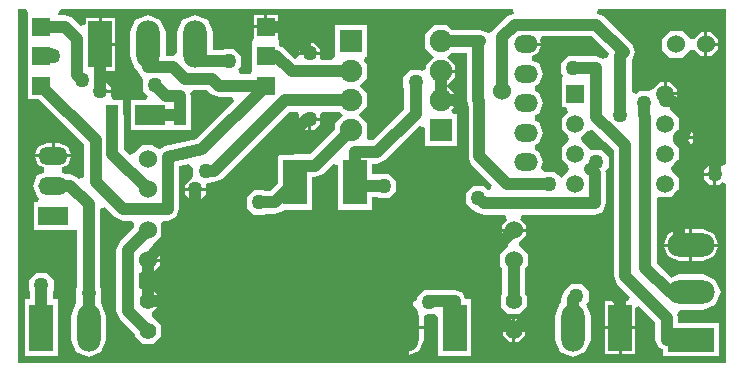
<source format=gtl>
G04*
G04 #@! TF.GenerationSoftware,Altium Limited,CircuitMaker,2.3.0 (2.3.0.3)*
G04*
G04 Layer_Physical_Order=1*
G04 Layer_Color=25308*
%FSLAX25Y25*%
%MOIN*%
G70*
G04*
G04 #@! TF.SameCoordinates,0492DEC5-DE9E-4361-A043-D8868978FAA7*
G04*
G04*
G04 #@! TF.FilePolarity,Positive*
G04*
G01*
G75*
%ADD15R,0.04331X0.06693*%
%ADD16R,0.09842X0.06693*%
%ADD17R,0.45000X0.35000*%
%ADD18R,0.08189X0.15000*%
%ADD19R,0.07874X0.15748*%
%ADD20O,0.07874X0.15748*%
%ADD21R,0.15748X0.07874*%
%ADD22O,0.15748X0.07874*%
%ADD23R,0.05905X0.05905*%
%ADD43C,0.03937*%
%ADD44C,0.01968*%
%ADD45R,0.62992X0.47244*%
%ADD46C,0.06000*%
%ADD47O,0.09842X0.06000*%
%ADD48R,0.09842X0.06000*%
%ADD49R,0.05905X0.05905*%
%ADD50C,0.05905*%
%ADD51O,0.07874X0.05905*%
%ADD52C,0.05512*%
%ADD53C,0.07500*%
%ADD54R,0.07500X0.07500*%
%ADD55C,0.05000*%
G36*
X362139Y313386D02*
X359788Y312412D01*
X355556Y308180D01*
X355276Y307505D01*
X353812Y306925D01*
X351100Y308048D01*
X341530D01*
X340040Y309537D01*
X335629D01*
X332510Y306418D01*
Y302007D01*
X335629Y298888D01*
X335677Y298772D01*
X333085Y296180D01*
Y294836D01*
X331630Y294233D01*
X331188Y294675D01*
X327812D01*
X325425Y292288D01*
Y288912D01*
X325665Y288673D01*
Y281589D01*
X315147Y271071D01*
X313615Y271223D01*
X313159Y272322D01*
Y276733D01*
X310365Y279528D01*
X313159Y282322D01*
Y286733D01*
X310523Y289370D01*
X313159Y292007D01*
Y296418D01*
X312145Y297433D01*
X312747Y298888D01*
X313159D01*
Y309537D01*
X302510D01*
Y298888D01*
X301283Y298048D01*
X297991D01*
X297700Y298750D01*
Y299700D01*
X290700D01*
Y299143D01*
X289309Y298308D01*
X285692Y301924D01*
X284055Y302602D01*
Y303740D01*
X283993D01*
X283480Y305102D01*
X283480Y305315D01*
Y308555D01*
X275575D01*
Y305315D01*
X275575Y305102D01*
X275062Y303740D01*
X275000D01*
Y294685D01*
X275000Y294685D01*
X274771Y293205D01*
X270963D01*
X270311Y294780D01*
X271243Y295712D01*
Y299088D01*
X268856Y301475D01*
X265481D01*
X265241Y301235D01*
X261872D01*
Y307087D01*
X260124Y311305D01*
X255906Y313053D01*
X251687Y311305D01*
X249940Y307087D01*
Y300492D01*
X248719Y299293D01*
X246124D01*
Y307087D01*
X244376Y311305D01*
X240158Y313053D01*
X235939Y311305D01*
X234192Y307087D01*
Y299213D01*
X235939Y294994D01*
X236633Y294706D01*
X237446Y292746D01*
X238372Y292362D01*
X238625Y291088D01*
Y287712D01*
X240314Y286024D01*
X239661Y284449D01*
X234449D01*
Y274606D01*
X254528D01*
Y279298D01*
X254623Y279528D01*
Y285800D01*
X254354Y286448D01*
X255229Y287757D01*
X260068D01*
X261167Y286658D01*
X263879Y285535D01*
X268211D01*
X268814Y284080D01*
X256444Y271710D01*
X245909Y269194D01*
X245058Y268578D01*
X244088Y268176D01*
X242662Y268808D01*
X242052Y269417D01*
X238262D01*
X235583Y266738D01*
X234242Y266182D01*
X232182Y268242D01*
Y279528D01*
X232086Y279757D01*
Y284449D01*
X228456D01*
X227853Y285904D01*
X227909Y285960D01*
Y286909D01*
X224409D01*
Y287409D01*
X223909D01*
Y290909D01*
X223849D01*
X222375Y292242D01*
Y292888D01*
X222950Y294276D01*
X223909D01*
Y303150D01*
Y312024D01*
X219472D01*
Y309734D01*
X217898Y309082D01*
X215212Y311767D01*
X212500Y312890D01*
X210622D01*
X210563Y312920D01*
X210260Y313386D01*
X211113Y314961D01*
X361826D01*
X362139Y313386D01*
D02*
G37*
G36*
X393803Y300173D02*
X393515Y298861D01*
X392049Y298164D01*
X389764Y299111D01*
X383817D01*
X383578Y299350D01*
X380202D01*
X377815Y296963D01*
Y293588D01*
X378647Y292756D01*
X378110Y291181D01*
X378110D01*
Y282126D01*
X379480D01*
X380133Y280551D01*
X378110Y278529D01*
Y274778D01*
X380317Y272571D01*
X380611Y271654D01*
X380317Y270736D01*
X378110Y268529D01*
Y264778D01*
X380317Y262572D01*
X380611Y261654D01*
X380317Y260736D01*
X379085Y259504D01*
X378110Y258529D01*
X376936Y259496D01*
X375704Y260728D01*
X372467D01*
X371226Y261847D01*
X372027Y263780D01*
X370591Y267245D01*
X369134Y267848D01*
Y269553D01*
X370591Y270157D01*
X372027Y273622D01*
X370591Y277087D01*
X369134Y277691D01*
Y279396D01*
X370591Y279999D01*
X372027Y283465D01*
X370591Y286930D01*
X369134Y287533D01*
Y289238D01*
X370591Y289842D01*
X372027Y293307D01*
X370591Y296772D01*
X368383Y297687D01*
Y299392D01*
X370151Y300124D01*
X371197Y302650D01*
X366142D01*
Y303650D01*
X371197D01*
X370822Y304555D01*
X371697Y305865D01*
X388111D01*
X393803Y300173D01*
D02*
G37*
G36*
X433071Y263082D02*
X431496Y262430D01*
X430584Y263342D01*
X429634D01*
Y259842D01*
Y256343D01*
X430584D01*
X431496Y257255D01*
X433071Y256603D01*
Y196850D01*
X323912D01*
X322843Y198090D01*
X322992Y199544D01*
X324287Y200410D01*
X326272Y199588D01*
Y208661D01*
Y217735D01*
X324287Y216913D01*
X322713Y217965D01*
Y235035D01*
X299713D01*
Y216535D01*
X299213D01*
Y216035D01*
X275713D01*
Y198425D01*
X275713Y198035D01*
X274772Y196850D01*
X196850D01*
Y313386D01*
X196850Y314961D01*
X196850Y314961D01*
X199721D01*
X200197Y313583D01*
X200197Y313386D01*
Y304528D01*
X200197D01*
Y303740D01*
X200197D01*
Y294685D01*
X200197D01*
Y293898D01*
X200197D01*
Y284842D01*
X203828D01*
X218965Y269706D01*
Y258892D01*
X217390Y258240D01*
X217012Y258617D01*
X214300Y259741D01*
X213278D01*
X211773Y260364D01*
Y262069D01*
X213644Y262844D01*
X214705Y265406D01*
X202618D01*
X203679Y262844D01*
X205550Y262069D01*
Y260364D01*
X203239Y259407D01*
X201788Y255906D01*
X203239Y252404D01*
X204081Y252055D01*
X203768Y250480D01*
X202165D01*
Y241331D01*
X215158D01*
Y241331D01*
X216637Y241101D01*
Y222000D01*
X216398Y221760D01*
Y218385D01*
X216254Y216817D01*
X214507Y212598D01*
Y204724D01*
X216254Y200506D01*
X220472Y198758D01*
X224691Y200506D01*
X226438Y204724D01*
Y212598D01*
X224691Y216817D01*
X224547Y218385D01*
Y221760D01*
X224308Y222000D01*
Y248201D01*
X225882Y248853D01*
X229248Y245488D01*
X231960Y244365D01*
X235065D01*
X235583Y243115D01*
Y242070D01*
X230888Y237375D01*
X229765Y234663D01*
Y214235D01*
X230888Y211523D01*
X235827Y206584D01*
Y205883D01*
X238364Y203346D01*
X241951D01*
X244488Y205883D01*
Y209471D01*
X241951Y212008D01*
X241589Y213040D01*
X241536Y213583D01*
X241718Y213768D01*
X243913Y215964D01*
Y217020D01*
X240157D01*
Y217520D01*
X239657D01*
Y221275D01*
X238602D01*
X237435Y221759D01*
Y226779D01*
X238501Y227220D01*
X239657D01*
Y231220D01*
X240157D01*
Y231720D01*
X244157D01*
Y232877D01*
X241964Y235071D01*
X242040Y236423D01*
X242088Y236682D01*
X244732Y239325D01*
Y243115D01*
X245250Y244365D01*
X246800D01*
X249512Y245488D01*
X250635Y248200D01*
Y262437D01*
X254077Y263259D01*
X255374Y261950D01*
Y259212D01*
X254996Y258300D01*
X254650D01*
X252600Y256250D01*
Y255300D01*
X259600D01*
Y256250D01*
X259838Y256825D01*
X261137D01*
X261376Y257065D01*
X262195D01*
X264907Y258188D01*
X287412Y280692D01*
X290227D01*
X290700Y279550D01*
Y278600D01*
X297700D01*
Y279550D01*
X298173Y280692D01*
X304139D01*
X305304Y279528D01*
X302510Y276733D01*
Y274627D01*
X294407Y266524D01*
X289213D01*
X288338Y266161D01*
X283543D01*
Y256841D01*
X280937Y254235D01*
X279327D01*
X279088Y254475D01*
X275712D01*
X273325Y252088D01*
Y248712D01*
X275712Y246325D01*
X279088D01*
X279327Y246565D01*
X282526D01*
X285238Y247688D01*
X285562Y248012D01*
X294882D01*
Y258853D01*
X295995D01*
X298707Y259977D01*
X302088Y263357D01*
X303543Y262755D01*
Y248012D01*
X314882D01*
Y252070D01*
X316970D01*
X317210Y251831D01*
X320585D01*
X322972Y254218D01*
Y257593D01*
X320585Y259980D01*
X317210D01*
X316970Y259741D01*
X314882D01*
Y263365D01*
X316700D01*
X319412Y264488D01*
X330935Y276011D01*
X332510Y275359D01*
Y269203D01*
X343159D01*
Y279852D01*
X341934D01*
X341332Y281307D01*
X342585Y282560D01*
Y284028D01*
X337835D01*
Y285028D01*
X342585D01*
Y286495D01*
X340785Y288295D01*
X339880Y289370D01*
X340785Y290445D01*
X342585Y292245D01*
Y293713D01*
X337835D01*
Y294713D01*
X342585D01*
Y296180D01*
X339992Y298772D01*
X340040Y298888D01*
X341530Y300377D01*
X346558D01*
Y284429D01*
X346877Y283661D01*
Y265942D01*
X348000Y263230D01*
X354896Y256333D01*
X354345Y254657D01*
X353616Y254547D01*
X352119Y256043D01*
X348744D01*
X346357Y253656D01*
Y250281D01*
X348744Y247894D01*
X349082D01*
X349588Y247388D01*
X352300Y246265D01*
X359365D01*
X360017Y244690D01*
X358205Y242877D01*
Y241720D01*
X366205D01*
Y242877D01*
X364392Y244690D01*
X365044Y246265D01*
X389200D01*
X391912Y247388D01*
X393035Y250100D01*
Y260091D01*
X392685Y260938D01*
X393839Y262092D01*
Y265467D01*
X391452Y267854D01*
X388076D01*
X387165Y268232D01*
Y268529D01*
X384959Y270736D01*
X384665Y271654D01*
X384959Y272571D01*
X386678Y274290D01*
X388645Y274550D01*
X392423Y270772D01*
X392686Y270663D01*
X395481Y267869D01*
Y225902D01*
X396604Y223190D01*
X400804Y218990D01*
X400201Y217535D01*
X398138D01*
Y209161D01*
X402575D01*
Y215162D01*
X404030Y215765D01*
X409334Y210460D01*
Y204724D01*
X410458Y202012D01*
X411811Y201452D01*
Y199213D01*
X430709D01*
Y210236D01*
X417005D01*
Y212049D01*
X416562Y213117D01*
X416844Y213631D01*
X417691Y214507D01*
X425197D01*
X429415Y216254D01*
X431163Y220472D01*
X429415Y224691D01*
X425197Y226438D01*
X417323D01*
X414674Y225341D01*
X409935Y230080D01*
Y251783D01*
X410762Y252126D01*
X414513D01*
X417165Y254778D01*
Y258529D01*
X414959Y260736D01*
X414665Y261654D01*
X414959Y262572D01*
X417165Y264778D01*
Y268505D01*
X417876D01*
Y272005D01*
Y275505D01*
X417165D01*
Y278529D01*
X414513Y281181D01*
X414408D01*
X414330Y282756D01*
X416590Y285016D01*
Y286154D01*
X412638D01*
Y286654D01*
X412138D01*
Y290606D01*
X411000D01*
X408685Y288291D01*
Y288111D01*
X407230Y287509D01*
X407200Y287539D01*
X403824D01*
X402928Y286643D01*
X401473Y287246D01*
Y297624D01*
X401624Y297776D01*
X402748Y300487D01*
X401624Y303199D01*
X392412Y312412D01*
X390061Y313386D01*
X390374Y314961D01*
X433071D01*
Y263082D01*
D02*
G37*
%LPC*%
G36*
X283480Y313008D02*
X280028D01*
Y309555D01*
X283480D01*
Y313008D01*
D02*
G37*
G36*
X279028D02*
X275575D01*
Y309555D01*
X279028D01*
Y313008D01*
D02*
G37*
G36*
X229346Y312024D02*
X224909D01*
Y303650D01*
X229346D01*
Y312024D01*
D02*
G37*
G36*
X295650Y303700D02*
X294700D01*
Y300700D01*
X297700D01*
Y301650D01*
X295650Y303700D01*
D02*
G37*
G36*
X293700D02*
X292750D01*
X290700Y301650D01*
Y300700D01*
X293700D01*
Y303700D01*
D02*
G37*
G36*
X229346Y302650D02*
X224909D01*
Y294276D01*
X229346D01*
Y302650D01*
D02*
G37*
G36*
X224909Y290909D02*
Y287909D01*
X227909D01*
Y288859D01*
X225859Y290909D01*
X224909D01*
D02*
G37*
G36*
X427917Y307150D02*
X426760D01*
Y303650D01*
X430260D01*
Y304806D01*
X427917Y307150D01*
D02*
G37*
G36*
X430260Y302650D02*
X426760D01*
Y299150D01*
X427917D01*
X430260Y301493D01*
Y302650D01*
D02*
G37*
G36*
X418155Y307724D02*
X414365D01*
X411685Y305045D01*
Y301255D01*
X414365Y298575D01*
X418155D01*
X420798Y301219D01*
X421057Y301267D01*
X422409Y301343D01*
X424603Y299150D01*
X425760D01*
Y303150D01*
Y307150D01*
X424603D01*
X422409Y304956D01*
X421057Y305032D01*
X420798Y305081D01*
X418155Y307724D01*
D02*
G37*
G36*
X414275Y290606D02*
X413138D01*
Y287154D01*
X416590D01*
Y288291D01*
X414275Y290606D01*
D02*
G37*
G36*
X297700Y277600D02*
X294700D01*
Y274600D01*
X295650D01*
X297700Y276650D01*
Y277600D01*
D02*
G37*
G36*
X293700D02*
X290700D01*
Y276650D01*
X292750Y274600D01*
X293700D01*
Y277600D01*
D02*
G37*
G36*
X419826Y275505D02*
X418876D01*
Y272505D01*
X421876D01*
Y273455D01*
X419826Y275505D01*
D02*
G37*
G36*
X421876Y271505D02*
X418876D01*
Y268505D01*
X419826D01*
X421876Y270556D01*
Y271505D01*
D02*
G37*
G36*
X210583Y270235D02*
X209161D01*
Y266406D01*
X214705D01*
X213644Y268967D01*
X210583Y270235D01*
D02*
G37*
G36*
X208161D02*
X206740D01*
X203679Y268967D01*
X202618Y266406D01*
X208161D01*
Y270235D01*
D02*
G37*
G36*
X428634Y263342D02*
X427684D01*
X425634Y261292D01*
Y260343D01*
X428634D01*
Y263342D01*
D02*
G37*
G36*
Y259343D02*
X425634D01*
Y258393D01*
X427684Y256343D01*
X428634D01*
Y259343D01*
D02*
G37*
G36*
X259600Y254300D02*
X256600D01*
Y251300D01*
X257550D01*
X259600Y253350D01*
Y254300D01*
D02*
G37*
G36*
X255600D02*
X252600D01*
Y253350D01*
X254650Y251300D01*
X255600D01*
Y254300D01*
D02*
G37*
G36*
X425197Y241564D02*
X421760D01*
Y236720D01*
X430334D01*
X428975Y239999D01*
X425197Y241564D01*
D02*
G37*
G36*
X420760D02*
X417323D01*
X413544Y239999D01*
X412186Y236720D01*
X420760D01*
Y241564D01*
D02*
G37*
G36*
X430334Y235720D02*
X421760D01*
Y230877D01*
X425197D01*
X428975Y232442D01*
X430334Y235720D01*
D02*
G37*
G36*
X420760D02*
X412186D01*
X413544Y232442D01*
X417323Y230877D01*
X420760D01*
Y235720D01*
D02*
G37*
G36*
X244157Y230720D02*
X240657D01*
Y227220D01*
X241814D01*
X244157Y229563D01*
Y230720D01*
D02*
G37*
G36*
X240657Y221275D02*
Y218020D01*
X243913D01*
Y219075D01*
X241713Y221275D01*
X240657D01*
D02*
G37*
G36*
X335738Y221325D02*
X332362D01*
X329975Y218938D01*
Y218033D01*
X328666Y217158D01*
X327272Y217735D01*
Y209161D01*
X332115D01*
Y211703D01*
X332276Y212662D01*
X333570Y213175D01*
X335738D01*
X337008Y212218D01*
Y199213D01*
X348031D01*
Y218110D01*
X346061D01*
X345232Y220112D01*
X342520Y221235D01*
X335827D01*
X335738Y221325D01*
D02*
G37*
G36*
X298713Y235035D02*
X275713D01*
Y217035D01*
X298713D01*
Y235035D01*
D02*
G37*
G36*
X366205Y240720D02*
X362205D01*
X358205D01*
Y239563D01*
X360398Y237370D01*
X360322Y236018D01*
X360274Y235759D01*
X357630Y233115D01*
Y229326D01*
X358370Y228586D01*
Y219809D01*
X357874Y219313D01*
Y215726D01*
X360411Y213189D01*
X363999D01*
X366535Y215726D01*
Y219313D01*
X366040Y219809D01*
Y228586D01*
X366780Y229326D01*
Y233115D01*
X364136Y235759D01*
X364087Y236018D01*
X364011Y237370D01*
X366205Y239563D01*
Y240720D01*
D02*
G37*
G36*
X397138Y217535D02*
X392701D01*
Y209161D01*
X397138D01*
Y217535D01*
D02*
G37*
G36*
X363761Y211433D02*
X362705D01*
Y208177D01*
X365961D01*
Y209233D01*
X363761Y211433D01*
D02*
G37*
G36*
X361705D02*
X360649D01*
X358449Y209233D01*
Y208177D01*
X361705D01*
Y211433D01*
D02*
G37*
G36*
X365961Y207177D02*
X362705D01*
Y203921D01*
X363761D01*
X365961Y206121D01*
Y207177D01*
D02*
G37*
G36*
X361705D02*
X358449D01*
Y206121D01*
X360649Y203921D01*
X361705D01*
Y207177D01*
D02*
G37*
G36*
X402575Y208161D02*
X398138D01*
Y199787D01*
X402575D01*
Y208161D01*
D02*
G37*
G36*
X397138D02*
X392701D01*
Y199787D01*
X397138D01*
Y208161D01*
D02*
G37*
G36*
X332115D02*
X327272D01*
Y199588D01*
X330550Y200946D01*
X332115Y204724D01*
Y208161D01*
D02*
G37*
G36*
X206412Y227036D02*
X203037D01*
X200650Y224649D01*
Y221274D01*
X200889Y221034D01*
Y218110D01*
X199213D01*
Y199213D01*
X210236D01*
Y218110D01*
X208560D01*
Y221034D01*
X208799Y221274D01*
Y224649D01*
X206412Y227036D01*
D02*
G37*
G36*
X384767Y223375D02*
X381392D01*
X379005Y220988D01*
Y220404D01*
X378055Y218110D01*
Y216976D01*
X377671Y216817D01*
X375924Y212598D01*
Y204724D01*
X377671Y200506D01*
X381890Y198758D01*
X386108Y200506D01*
X387856Y204724D01*
Y212598D01*
X386182Y216640D01*
X387154Y217612D01*
Y220988D01*
X384767Y223375D01*
D02*
G37*
%LPD*%
D15*
X228346Y279528D02*
D03*
X250787D02*
D03*
D16*
X240945D02*
D03*
D17*
X299213Y216535D02*
D03*
D18*
X289213Y257087D02*
D03*
X309213D02*
D03*
D19*
X342520Y208661D02*
D03*
X397638D02*
D03*
X204724D02*
D03*
X224409Y303150D02*
D03*
D20*
X326772Y208661D02*
D03*
X381890D02*
D03*
X220472D02*
D03*
X240158Y303150D02*
D03*
X255906D02*
D03*
D21*
X421260Y204724D02*
D03*
D22*
Y220472D02*
D03*
Y236220D02*
D03*
D23*
X204724Y309055D02*
D03*
Y289370D02*
D03*
Y299213D02*
D03*
X279528Y289370D02*
D03*
Y309055D02*
D03*
Y299213D02*
D03*
D43*
X240945Y279528D02*
X250787D01*
Y285800D01*
X246300D02*
X250787D01*
X240157Y217520D02*
X269100D01*
X387638Y261654D02*
X389200Y260091D01*
X413169Y204724D02*
Y212049D01*
X289213Y262688D02*
X295995D01*
X334200Y217400D02*
X342520D01*
X389764Y278855D02*
Y295276D01*
Y278855D02*
X395135Y273484D01*
X395289D02*
X399316Y269457D01*
X395135Y273484D02*
X395289D01*
X399316Y225902D02*
Y269457D01*
Y225902D02*
X413169Y212049D01*
X282526Y250400D02*
X289213Y257087D01*
X277400Y250400D02*
X282526D01*
X421200Y277900D02*
X421260Y277960D01*
X419134Y275834D02*
X421200Y277900D01*
X417323Y272152D02*
X419134Y273963D01*
X412638Y284100D02*
X415000D01*
X417323Y271155D02*
X419134Y269344D01*
X417323Y271155D02*
Y272152D01*
Y236220D02*
Y252152D01*
X421260Y277960D02*
Y283465D01*
X429134Y259842D02*
Y275591D01*
X421260Y283465D02*
X429134Y275591D01*
X397638Y279528D02*
Y299213D01*
X419134Y263963D02*
Y269344D01*
X417323Y262152D02*
X419134Y263963D01*
X417323Y261155D02*
Y262152D01*
Y261155D02*
X419134Y259344D01*
Y253963D02*
Y259344D01*
X417323Y252152D02*
X419134Y253963D01*
Y273963D02*
Y275834D01*
X417323Y236220D02*
X421260D01*
X405512Y279528D02*
Y283465D01*
Y279528D02*
X406100Y278939D01*
Y228491D02*
Y278939D01*
X389700Y309700D02*
X398913Y300487D01*
X397638Y299213D02*
X398913Y300487D01*
X381890Y295276D02*
X389764D01*
X360000Y256654D02*
X374016D01*
X350394Y303506D02*
X351100Y304213D01*
X350394Y284429D02*
Y303506D01*
Y284429D02*
X350712Y284111D01*
Y265942D02*
Y284111D01*
Y265942D02*
X360000Y256654D01*
X358268Y287402D02*
Y305468D01*
X362500Y309700D01*
X309418Y255906D02*
X318898D01*
X309213Y255700D02*
X309418Y255906D01*
X216543Y292957D02*
Y305012D01*
X208100Y299900D02*
X208787Y299213D01*
X208662D02*
X208787D01*
X212500Y309055D02*
X216543Y305012D01*
X204724Y309055D02*
X212500D01*
X255906Y297400D02*
X267168D01*
X326772Y220000D02*
Y241914D01*
Y208661D02*
Y220000D01*
X355600Y214282D02*
X362205Y207677D01*
X339642Y230240D02*
X355600Y214282D01*
X243700Y234763D02*
X256100Y247163D01*
X220472Y220072D02*
Y249733D01*
X240158Y295458D02*
X248719D01*
X208100Y299213D02*
Y299900D01*
X413169Y204724D02*
X421260D01*
X334050Y217250D02*
X334200Y217400D01*
X342520Y208661D02*
Y217400D01*
X295995Y262688D02*
X307835Y274528D01*
X216543Y292957D02*
X218300Y291200D01*
X204724Y208661D02*
Y222961D01*
X397638Y208661D02*
Y217500D01*
X389759Y225379D02*
X397638Y217500D01*
X379906Y225379D02*
X389759D01*
X362205Y207677D02*
X379906Y225379D01*
X240157Y231220D02*
X243700Y234763D01*
X249880D01*
X293217Y278100D01*
X294200D01*
X285345Y309055D02*
X294200Y300200D01*
X279528Y309055D02*
X285345D01*
X362500Y309700D02*
X389700D01*
X214300Y255906D02*
X220472Y249733D01*
X208661Y255906D02*
X214300D01*
X220472Y208661D02*
Y220072D01*
X350431Y251969D02*
X352300Y250100D01*
X389200D01*
Y260091D01*
X285823Y284528D02*
X307835D01*
X262195Y260900D02*
X285823Y284528D01*
X259449Y260900D02*
X262195D01*
X381890Y218110D02*
X383080Y219300D01*
X381890Y208661D02*
Y218110D01*
X204724Y289370D02*
X222800Y271294D01*
Y257360D02*
Y271294D01*
Y257360D02*
X231960Y248200D01*
X246800D01*
Y265464D01*
X258390Y268232D01*
X279528Y289370D01*
X414119Y220472D02*
X421260D01*
X406100Y228491D02*
X414119Y220472D01*
X279528Y299213D02*
X282980D01*
X288111Y294082D01*
X296100D01*
X296231Y294213D01*
X307835D01*
X263879Y289370D02*
X279528D01*
X261657Y291592D02*
X263879Y289370D01*
X252584Y291592D02*
X261657D01*
X248719Y295458D02*
X252584Y291592D01*
X240158Y295458D02*
Y303150D01*
X255906Y297400D02*
Y303150D01*
X242700Y289400D02*
X246300Y285800D01*
X204724Y299213D02*
X208100D01*
X256100Y247163D02*
Y254800D01*
X228346Y266654D02*
X240157Y254843D01*
X228346Y266654D02*
Y279528D01*
X224409Y287409D02*
Y303150D01*
X309213Y255700D02*
Y257087D01*
X337835Y284528D02*
X342500D01*
X345200Y281828D01*
Y260343D02*
Y281828D01*
X326772Y241914D02*
X345200Y260343D01*
X337835Y304213D02*
X351100D01*
X329500Y280000D02*
Y290600D01*
X316700Y267200D02*
X329500Y280000D01*
X309213Y267200D02*
X316700D01*
X309213Y257087D02*
Y267200D01*
X326772Y220000D02*
X337011Y230240D01*
X339642D01*
X412638Y284100D02*
Y286654D01*
X415000Y284100D02*
X421200Y277900D01*
X233600Y214235D02*
X240157Y207677D01*
X233600Y214235D02*
Y234663D01*
X240157Y241220D01*
X355600Y214282D02*
Y234616D01*
X362205Y241220D01*
Y217520D02*
Y231220D01*
X337835Y284528D02*
Y294213D01*
X316874Y208661D02*
X326772D01*
X309000Y216535D02*
X316874Y208661D01*
X299213Y216535D02*
X309000D01*
X270084D02*
X299213D01*
X269100Y217520D02*
X270084Y216535D01*
X240157Y217520D02*
Y231220D01*
D44*
X240945Y279528D02*
X250787D01*
D45*
X295276Y220472D02*
D03*
D46*
X358268Y287402D02*
D03*
X240157Y254843D02*
D03*
Y264843D02*
D03*
X426260Y303150D02*
D03*
X416260D02*
D03*
X362205Y241220D02*
D03*
Y231220D02*
D03*
X240157D02*
D03*
Y241220D02*
D03*
D47*
X208661Y265906D02*
D03*
Y255906D02*
D03*
D48*
Y245906D02*
D03*
D49*
X382638Y286654D02*
D03*
D50*
Y276654D02*
D03*
Y266654D02*
D03*
Y256654D02*
D03*
X412638Y286654D02*
D03*
Y276654D02*
D03*
Y266654D02*
D03*
Y256654D02*
D03*
D51*
X366142Y303150D02*
D03*
Y263780D02*
D03*
Y273622D02*
D03*
Y293307D02*
D03*
Y283465D02*
D03*
D52*
X362205Y217520D02*
D03*
Y207677D02*
D03*
X240157D02*
D03*
Y217520D02*
D03*
D53*
X307835Y274528D02*
D03*
Y284528D02*
D03*
X337835D02*
D03*
Y304213D02*
D03*
Y294213D02*
D03*
X307835D02*
D03*
D54*
X337835Y274528D02*
D03*
X307835Y304213D02*
D03*
D55*
X389764Y263779D02*
D03*
X334050Y217250D02*
D03*
X418376Y272005D02*
D03*
X429134Y259842D02*
D03*
X397638Y279528D02*
D03*
X405512Y283465D02*
D03*
X374016Y256654D02*
D03*
X381890Y295276D02*
D03*
X318898Y255906D02*
D03*
X208662Y299213D02*
D03*
X218300Y291200D02*
D03*
X204724Y222961D02*
D03*
X294200Y278100D02*
D03*
Y300200D02*
D03*
X220472Y220072D02*
D03*
X350431Y251969D02*
D03*
X259449Y260900D02*
D03*
X383080Y219300D02*
D03*
X277400Y250400D02*
D03*
X267168Y297400D02*
D03*
X242700Y289400D02*
D03*
X256100Y254800D02*
D03*
X224409Y287409D02*
D03*
X329500Y290600D02*
D03*
M02*

</source>
